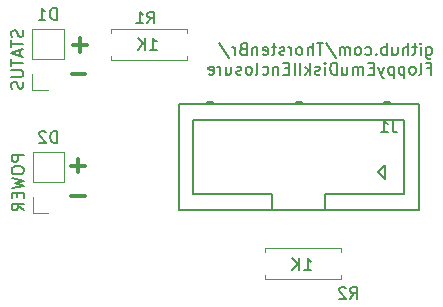
<source format=gbr>
%TF.GenerationSoftware,KiCad,Pcbnew,5.1.8-5.1.8*%
%TF.CreationDate,2022-06-15T01:07:19+02:00*%
%TF.ProjectId,FloppyEmuButtonPanel,466c6f70-7079-4456-9d75-427574746f6e,1.0*%
%TF.SameCoordinates,Original*%
%TF.FileFunction,Legend,Bot*%
%TF.FilePolarity,Positive*%
%FSLAX46Y46*%
G04 Gerber Fmt 4.6, Leading zero omitted, Abs format (unit mm)*
G04 Created by KiCad (PCBNEW 5.1.8-5.1.8) date 2022-06-15 01:07:19*
%MOMM*%
%LPD*%
G01*
G04 APERTURE LIST*
%ADD10C,0.300000*%
%ADD11C,0.150000*%
%ADD12C,0.120000*%
G04 APERTURE END LIST*
D10*
X109537428Y-90277142D02*
X108394571Y-90277142D01*
X109537428Y-87737142D02*
X108394571Y-87737142D01*
X108966000Y-88308571D02*
X108966000Y-87165714D01*
X109571428Y-80007142D02*
X108428571Y-80007142D01*
X109671428Y-77507142D02*
X108528571Y-77507142D01*
X109100000Y-78078571D02*
X109100000Y-76935714D01*
D11*
X138427833Y-77700714D02*
X138427833Y-78510238D01*
X138475452Y-78605476D01*
X138523071Y-78653095D01*
X138618309Y-78700714D01*
X138761166Y-78700714D01*
X138856404Y-78653095D01*
X138427833Y-78319761D02*
X138523071Y-78367380D01*
X138713547Y-78367380D01*
X138808785Y-78319761D01*
X138856404Y-78272142D01*
X138904023Y-78176904D01*
X138904023Y-77891190D01*
X138856404Y-77795952D01*
X138808785Y-77748333D01*
X138713547Y-77700714D01*
X138523071Y-77700714D01*
X138427833Y-77748333D01*
X137951642Y-78367380D02*
X137951642Y-77700714D01*
X137951642Y-77367380D02*
X137999261Y-77415000D01*
X137951642Y-77462619D01*
X137904023Y-77415000D01*
X137951642Y-77367380D01*
X137951642Y-77462619D01*
X137618309Y-77700714D02*
X137237357Y-77700714D01*
X137475452Y-77367380D02*
X137475452Y-78224523D01*
X137427833Y-78319761D01*
X137332595Y-78367380D01*
X137237357Y-78367380D01*
X136904023Y-78367380D02*
X136904023Y-77367380D01*
X136475452Y-78367380D02*
X136475452Y-77843571D01*
X136523071Y-77748333D01*
X136618309Y-77700714D01*
X136761166Y-77700714D01*
X136856404Y-77748333D01*
X136904023Y-77795952D01*
X135570690Y-77700714D02*
X135570690Y-78367380D01*
X135999261Y-77700714D02*
X135999261Y-78224523D01*
X135951642Y-78319761D01*
X135856404Y-78367380D01*
X135713547Y-78367380D01*
X135618309Y-78319761D01*
X135570690Y-78272142D01*
X135094500Y-78367380D02*
X135094500Y-77367380D01*
X135094500Y-77748333D02*
X134999261Y-77700714D01*
X134808785Y-77700714D01*
X134713547Y-77748333D01*
X134665928Y-77795952D01*
X134618309Y-77891190D01*
X134618309Y-78176904D01*
X134665928Y-78272142D01*
X134713547Y-78319761D01*
X134808785Y-78367380D01*
X134999261Y-78367380D01*
X135094500Y-78319761D01*
X134189738Y-78272142D02*
X134142119Y-78319761D01*
X134189738Y-78367380D01*
X134237357Y-78319761D01*
X134189738Y-78272142D01*
X134189738Y-78367380D01*
X133284976Y-78319761D02*
X133380214Y-78367380D01*
X133570690Y-78367380D01*
X133665928Y-78319761D01*
X133713547Y-78272142D01*
X133761166Y-78176904D01*
X133761166Y-77891190D01*
X133713547Y-77795952D01*
X133665928Y-77748333D01*
X133570690Y-77700714D01*
X133380214Y-77700714D01*
X133284976Y-77748333D01*
X132713547Y-78367380D02*
X132808785Y-78319761D01*
X132856404Y-78272142D01*
X132904023Y-78176904D01*
X132904023Y-77891190D01*
X132856404Y-77795952D01*
X132808785Y-77748333D01*
X132713547Y-77700714D01*
X132570690Y-77700714D01*
X132475452Y-77748333D01*
X132427833Y-77795952D01*
X132380214Y-77891190D01*
X132380214Y-78176904D01*
X132427833Y-78272142D01*
X132475452Y-78319761D01*
X132570690Y-78367380D01*
X132713547Y-78367380D01*
X131951642Y-78367380D02*
X131951642Y-77700714D01*
X131951642Y-77795952D02*
X131904023Y-77748333D01*
X131808785Y-77700714D01*
X131665928Y-77700714D01*
X131570690Y-77748333D01*
X131523071Y-77843571D01*
X131523071Y-78367380D01*
X131523071Y-77843571D02*
X131475452Y-77748333D01*
X131380214Y-77700714D01*
X131237357Y-77700714D01*
X131142119Y-77748333D01*
X131094500Y-77843571D01*
X131094500Y-78367380D01*
X129904023Y-77319761D02*
X130761166Y-78605476D01*
X129713547Y-77367380D02*
X129142119Y-77367380D01*
X129427833Y-78367380D02*
X129427833Y-77367380D01*
X128808785Y-78367380D02*
X128808785Y-77367380D01*
X128380214Y-78367380D02*
X128380214Y-77843571D01*
X128427833Y-77748333D01*
X128523071Y-77700714D01*
X128665928Y-77700714D01*
X128761166Y-77748333D01*
X128808785Y-77795952D01*
X127761166Y-78367380D02*
X127856404Y-78319761D01*
X127904023Y-78272142D01*
X127951642Y-78176904D01*
X127951642Y-77891190D01*
X127904023Y-77795952D01*
X127856404Y-77748333D01*
X127761166Y-77700714D01*
X127618309Y-77700714D01*
X127523071Y-77748333D01*
X127475452Y-77795952D01*
X127427833Y-77891190D01*
X127427833Y-78176904D01*
X127475452Y-78272142D01*
X127523071Y-78319761D01*
X127618309Y-78367380D01*
X127761166Y-78367380D01*
X126999261Y-78367380D02*
X126999261Y-77700714D01*
X126999261Y-77891190D02*
X126951642Y-77795952D01*
X126904023Y-77748333D01*
X126808785Y-77700714D01*
X126713547Y-77700714D01*
X126427833Y-78319761D02*
X126332595Y-78367380D01*
X126142119Y-78367380D01*
X126046880Y-78319761D01*
X125999261Y-78224523D01*
X125999261Y-78176904D01*
X126046880Y-78081666D01*
X126142119Y-78034047D01*
X126284976Y-78034047D01*
X126380214Y-77986428D01*
X126427833Y-77891190D01*
X126427833Y-77843571D01*
X126380214Y-77748333D01*
X126284976Y-77700714D01*
X126142119Y-77700714D01*
X126046880Y-77748333D01*
X125713547Y-77700714D02*
X125332595Y-77700714D01*
X125570690Y-77367380D02*
X125570690Y-78224523D01*
X125523071Y-78319761D01*
X125427833Y-78367380D01*
X125332595Y-78367380D01*
X124618309Y-78319761D02*
X124713547Y-78367380D01*
X124904023Y-78367380D01*
X124999261Y-78319761D01*
X125046880Y-78224523D01*
X125046880Y-77843571D01*
X124999261Y-77748333D01*
X124904023Y-77700714D01*
X124713547Y-77700714D01*
X124618309Y-77748333D01*
X124570690Y-77843571D01*
X124570690Y-77938809D01*
X125046880Y-78034047D01*
X124142119Y-77700714D02*
X124142119Y-78367380D01*
X124142119Y-77795952D02*
X124094500Y-77748333D01*
X123999261Y-77700714D01*
X123856404Y-77700714D01*
X123761166Y-77748333D01*
X123713547Y-77843571D01*
X123713547Y-78367380D01*
X122904023Y-77843571D02*
X122761166Y-77891190D01*
X122713547Y-77938809D01*
X122665928Y-78034047D01*
X122665928Y-78176904D01*
X122713547Y-78272142D01*
X122761166Y-78319761D01*
X122856404Y-78367380D01*
X123237357Y-78367380D01*
X123237357Y-77367380D01*
X122904023Y-77367380D01*
X122808785Y-77415000D01*
X122761166Y-77462619D01*
X122713547Y-77557857D01*
X122713547Y-77653095D01*
X122761166Y-77748333D01*
X122808785Y-77795952D01*
X122904023Y-77843571D01*
X123237357Y-77843571D01*
X122237357Y-78367380D02*
X122237357Y-77700714D01*
X122237357Y-77891190D02*
X122189738Y-77795952D01*
X122142119Y-77748333D01*
X122046880Y-77700714D01*
X121951642Y-77700714D01*
X120904023Y-77319761D02*
X121761166Y-78605476D01*
X138523071Y-79493571D02*
X138856404Y-79493571D01*
X138856404Y-80017380D02*
X138856404Y-79017380D01*
X138380214Y-79017380D01*
X137856404Y-80017380D02*
X137951642Y-79969761D01*
X137999261Y-79874523D01*
X137999261Y-79017380D01*
X137332595Y-80017380D02*
X137427833Y-79969761D01*
X137475452Y-79922142D01*
X137523071Y-79826904D01*
X137523071Y-79541190D01*
X137475452Y-79445952D01*
X137427833Y-79398333D01*
X137332595Y-79350714D01*
X137189738Y-79350714D01*
X137094500Y-79398333D01*
X137046880Y-79445952D01*
X136999261Y-79541190D01*
X136999261Y-79826904D01*
X137046880Y-79922142D01*
X137094500Y-79969761D01*
X137189738Y-80017380D01*
X137332595Y-80017380D01*
X136570690Y-79350714D02*
X136570690Y-80350714D01*
X136570690Y-79398333D02*
X136475452Y-79350714D01*
X136284976Y-79350714D01*
X136189738Y-79398333D01*
X136142119Y-79445952D01*
X136094500Y-79541190D01*
X136094500Y-79826904D01*
X136142119Y-79922142D01*
X136189738Y-79969761D01*
X136284976Y-80017380D01*
X136475452Y-80017380D01*
X136570690Y-79969761D01*
X135665928Y-79350714D02*
X135665928Y-80350714D01*
X135665928Y-79398333D02*
X135570690Y-79350714D01*
X135380214Y-79350714D01*
X135284976Y-79398333D01*
X135237357Y-79445952D01*
X135189738Y-79541190D01*
X135189738Y-79826904D01*
X135237357Y-79922142D01*
X135284976Y-79969761D01*
X135380214Y-80017380D01*
X135570690Y-80017380D01*
X135665928Y-79969761D01*
X134856404Y-79350714D02*
X134618309Y-80017380D01*
X134380214Y-79350714D02*
X134618309Y-80017380D01*
X134713547Y-80255476D01*
X134761166Y-80303095D01*
X134856404Y-80350714D01*
X133999261Y-79493571D02*
X133665928Y-79493571D01*
X133523071Y-80017380D02*
X133999261Y-80017380D01*
X133999261Y-79017380D01*
X133523071Y-79017380D01*
X133094500Y-80017380D02*
X133094500Y-79350714D01*
X133094500Y-79445952D02*
X133046880Y-79398333D01*
X132951642Y-79350714D01*
X132808785Y-79350714D01*
X132713547Y-79398333D01*
X132665928Y-79493571D01*
X132665928Y-80017380D01*
X132665928Y-79493571D02*
X132618309Y-79398333D01*
X132523071Y-79350714D01*
X132380214Y-79350714D01*
X132284976Y-79398333D01*
X132237357Y-79493571D01*
X132237357Y-80017380D01*
X131332595Y-79350714D02*
X131332595Y-80017380D01*
X131761166Y-79350714D02*
X131761166Y-79874523D01*
X131713547Y-79969761D01*
X131618309Y-80017380D01*
X131475452Y-80017380D01*
X131380214Y-79969761D01*
X131332595Y-79922142D01*
X130856404Y-80017380D02*
X130856404Y-79017380D01*
X130618309Y-79017380D01*
X130475452Y-79065000D01*
X130380214Y-79160238D01*
X130332595Y-79255476D01*
X130284976Y-79445952D01*
X130284976Y-79588809D01*
X130332595Y-79779285D01*
X130380214Y-79874523D01*
X130475452Y-79969761D01*
X130618309Y-80017380D01*
X130856404Y-80017380D01*
X129856404Y-80017380D02*
X129856404Y-79350714D01*
X129856404Y-79017380D02*
X129904023Y-79065000D01*
X129856404Y-79112619D01*
X129808785Y-79065000D01*
X129856404Y-79017380D01*
X129856404Y-79112619D01*
X129427833Y-79969761D02*
X129332595Y-80017380D01*
X129142119Y-80017380D01*
X129046880Y-79969761D01*
X128999261Y-79874523D01*
X128999261Y-79826904D01*
X129046880Y-79731666D01*
X129142119Y-79684047D01*
X129284976Y-79684047D01*
X129380214Y-79636428D01*
X129427833Y-79541190D01*
X129427833Y-79493571D01*
X129380214Y-79398333D01*
X129284976Y-79350714D01*
X129142119Y-79350714D01*
X129046880Y-79398333D01*
X128570690Y-80017380D02*
X128570690Y-79017380D01*
X128475452Y-79636428D02*
X128189738Y-80017380D01*
X128189738Y-79350714D02*
X128570690Y-79731666D01*
X127761166Y-80017380D02*
X127761166Y-79017380D01*
X127284976Y-80017380D02*
X127284976Y-79017380D01*
X126808785Y-79493571D02*
X126475452Y-79493571D01*
X126332595Y-80017380D02*
X126808785Y-80017380D01*
X126808785Y-79017380D01*
X126332595Y-79017380D01*
X125904023Y-79350714D02*
X125904023Y-80017380D01*
X125904023Y-79445952D02*
X125856404Y-79398333D01*
X125761166Y-79350714D01*
X125618309Y-79350714D01*
X125523071Y-79398333D01*
X125475452Y-79493571D01*
X125475452Y-80017380D01*
X124570690Y-79969761D02*
X124665928Y-80017380D01*
X124856404Y-80017380D01*
X124951642Y-79969761D01*
X124999261Y-79922142D01*
X125046880Y-79826904D01*
X125046880Y-79541190D01*
X124999261Y-79445952D01*
X124951642Y-79398333D01*
X124856404Y-79350714D01*
X124665928Y-79350714D01*
X124570690Y-79398333D01*
X123999261Y-80017380D02*
X124094500Y-79969761D01*
X124142119Y-79874523D01*
X124142119Y-79017380D01*
X123475452Y-80017380D02*
X123570690Y-79969761D01*
X123618309Y-79922142D01*
X123665928Y-79826904D01*
X123665928Y-79541190D01*
X123618309Y-79445952D01*
X123570690Y-79398333D01*
X123475452Y-79350714D01*
X123332595Y-79350714D01*
X123237357Y-79398333D01*
X123189738Y-79445952D01*
X123142119Y-79541190D01*
X123142119Y-79826904D01*
X123189738Y-79922142D01*
X123237357Y-79969761D01*
X123332595Y-80017380D01*
X123475452Y-80017380D01*
X122761166Y-79969761D02*
X122665928Y-80017380D01*
X122475452Y-80017380D01*
X122380214Y-79969761D01*
X122332595Y-79874523D01*
X122332595Y-79826904D01*
X122380214Y-79731666D01*
X122475452Y-79684047D01*
X122618309Y-79684047D01*
X122713547Y-79636428D01*
X122761166Y-79541190D01*
X122761166Y-79493571D01*
X122713547Y-79398333D01*
X122618309Y-79350714D01*
X122475452Y-79350714D01*
X122380214Y-79398333D01*
X121475452Y-79350714D02*
X121475452Y-80017380D01*
X121904023Y-79350714D02*
X121904023Y-79874523D01*
X121856404Y-79969761D01*
X121761166Y-80017380D01*
X121618309Y-80017380D01*
X121523071Y-79969761D01*
X121475452Y-79922142D01*
X120999261Y-80017380D02*
X120999261Y-79350714D01*
X120999261Y-79541190D02*
X120951642Y-79445952D01*
X120904023Y-79398333D01*
X120808785Y-79350714D01*
X120713547Y-79350714D01*
X119999261Y-79969761D02*
X120094500Y-80017380D01*
X120284976Y-80017380D01*
X120380214Y-79969761D01*
X120427833Y-79874523D01*
X120427833Y-79493571D01*
X120380214Y-79398333D01*
X120284976Y-79350714D01*
X120094500Y-79350714D01*
X119999261Y-79398333D01*
X119951642Y-79493571D01*
X119951642Y-79588809D01*
X120427833Y-79684047D01*
%TO.C,J1*%
X137785000Y-91465000D02*
X137785000Y-82525000D01*
X137785000Y-82525000D02*
X117485000Y-82525000D01*
X117485000Y-82525000D02*
X117485000Y-91465000D01*
X117485000Y-91465000D02*
X137785000Y-91465000D01*
X129860000Y-91465000D02*
X129860000Y-90165000D01*
X129860000Y-90165000D02*
X136585000Y-90165000D01*
X136585000Y-90165000D02*
X136585000Y-83825000D01*
X136585000Y-83825000D02*
X118685000Y-83825000D01*
X118685000Y-83825000D02*
X118685000Y-90165000D01*
X118685000Y-90165000D02*
X125410000Y-90165000D01*
X125410000Y-90165000D02*
X125410000Y-91465000D01*
X127885000Y-82525000D02*
X127885000Y-82325000D01*
X127885000Y-82325000D02*
X127385000Y-82325000D01*
X127385000Y-82325000D02*
X127385000Y-82525000D01*
X127885000Y-82425000D02*
X127385000Y-82425000D01*
X120405000Y-82525000D02*
X120405000Y-82325000D01*
X120405000Y-82325000D02*
X119905000Y-82325000D01*
X119905000Y-82325000D02*
X119905000Y-82525000D01*
X120405000Y-82425000D02*
X119905000Y-82425000D01*
X135365000Y-82525000D02*
X135365000Y-82325000D01*
X135365000Y-82325000D02*
X134865000Y-82325000D01*
X134865000Y-82325000D02*
X134865000Y-82525000D01*
X135365000Y-82425000D02*
X134865000Y-82425000D01*
X134915000Y-88865000D02*
X134915000Y-87665000D01*
X134915000Y-87665000D02*
X134315000Y-88265000D01*
X134315000Y-88265000D02*
X134915000Y-88865000D01*
D12*
%TO.C,R2*%
X124806000Y-97322000D02*
X124806000Y-96992000D01*
X131226000Y-97322000D02*
X124806000Y-97322000D01*
X131226000Y-96992000D02*
X131226000Y-97322000D01*
X124806000Y-94702000D02*
X124806000Y-95032000D01*
X131226000Y-94702000D02*
X124806000Y-94702000D01*
X131226000Y-95032000D02*
X131226000Y-94702000D01*
%TO.C,D2*%
X105096000Y-91754000D02*
X106426000Y-91754000D01*
X105096000Y-90424000D02*
X105096000Y-91754000D01*
X105096000Y-89154000D02*
X107756000Y-89154000D01*
X107756000Y-89154000D02*
X107756000Y-86554000D01*
X105096000Y-89154000D02*
X105096000Y-86554000D01*
X105096000Y-86554000D02*
X107756000Y-86554000D01*
%TO.C,R1*%
X111725000Y-78780000D02*
X111725000Y-78450000D01*
X118145000Y-78780000D02*
X111725000Y-78780000D01*
X118145000Y-78450000D02*
X118145000Y-78780000D01*
X111725000Y-76160000D02*
X111725000Y-76490000D01*
X118145000Y-76160000D02*
X111725000Y-76160000D01*
X118145000Y-76490000D02*
X118145000Y-76160000D01*
%TO.C,D1*%
X105070000Y-81330000D02*
X106400000Y-81330000D01*
X105070000Y-80000000D02*
X105070000Y-81330000D01*
X105070000Y-78730000D02*
X107730000Y-78730000D01*
X107730000Y-78730000D02*
X107730000Y-76130000D01*
X105070000Y-78730000D02*
X105070000Y-76130000D01*
X105070000Y-76130000D02*
X107730000Y-76130000D01*
%TO.C,J1*%
D11*
X135588333Y-83907380D02*
X135588333Y-84621666D01*
X135635952Y-84764523D01*
X135731190Y-84859761D01*
X135874047Y-84907380D01*
X135969285Y-84907380D01*
X134588333Y-84907380D02*
X135159761Y-84907380D01*
X134874047Y-84907380D02*
X134874047Y-83907380D01*
X134969285Y-84050238D01*
X135064523Y-84145476D01*
X135159761Y-84193095D01*
%TO.C,R2*%
X131992666Y-99004380D02*
X132326000Y-98528190D01*
X132564095Y-99004380D02*
X132564095Y-98004380D01*
X132183142Y-98004380D01*
X132087904Y-98052000D01*
X132040285Y-98099619D01*
X131992666Y-98194857D01*
X131992666Y-98337714D01*
X132040285Y-98432952D01*
X132087904Y-98480571D01*
X132183142Y-98528190D01*
X132564095Y-98528190D01*
X131611714Y-98099619D02*
X131564095Y-98052000D01*
X131468857Y-98004380D01*
X131230761Y-98004380D01*
X131135523Y-98052000D01*
X131087904Y-98099619D01*
X131040285Y-98194857D01*
X131040285Y-98290095D01*
X131087904Y-98432952D01*
X131659333Y-99004380D01*
X131040285Y-99004380D01*
X128103285Y-96591380D02*
X128674714Y-96591380D01*
X128389000Y-96591380D02*
X128389000Y-95591380D01*
X128484238Y-95734238D01*
X128579476Y-95829476D01*
X128674714Y-95877095D01*
X127674714Y-96591380D02*
X127674714Y-95591380D01*
X127103285Y-96591380D02*
X127531857Y-96019952D01*
X127103285Y-95591380D02*
X127674714Y-96162809D01*
%TO.C,D2*%
X107164095Y-85796380D02*
X107164095Y-84796380D01*
X106926000Y-84796380D01*
X106783142Y-84844000D01*
X106687904Y-84939238D01*
X106640285Y-85034476D01*
X106592666Y-85224952D01*
X106592666Y-85367809D01*
X106640285Y-85558285D01*
X106687904Y-85653523D01*
X106783142Y-85748761D01*
X106926000Y-85796380D01*
X107164095Y-85796380D01*
X106211714Y-84891619D02*
X106164095Y-84844000D01*
X106068857Y-84796380D01*
X105830761Y-84796380D01*
X105735523Y-84844000D01*
X105687904Y-84891619D01*
X105640285Y-84986857D01*
X105640285Y-85082095D01*
X105687904Y-85224952D01*
X106259333Y-85796380D01*
X105640285Y-85796380D01*
X104338380Y-86844476D02*
X103338380Y-86844476D01*
X103338380Y-87225428D01*
X103386000Y-87320666D01*
X103433619Y-87368285D01*
X103528857Y-87415904D01*
X103671714Y-87415904D01*
X103766952Y-87368285D01*
X103814571Y-87320666D01*
X103862190Y-87225428D01*
X103862190Y-86844476D01*
X103338380Y-88034952D02*
X103338380Y-88225428D01*
X103386000Y-88320666D01*
X103481238Y-88415904D01*
X103671714Y-88463523D01*
X104005047Y-88463523D01*
X104195523Y-88415904D01*
X104290761Y-88320666D01*
X104338380Y-88225428D01*
X104338380Y-88034952D01*
X104290761Y-87939714D01*
X104195523Y-87844476D01*
X104005047Y-87796857D01*
X103671714Y-87796857D01*
X103481238Y-87844476D01*
X103386000Y-87939714D01*
X103338380Y-88034952D01*
X103338380Y-88796857D02*
X104338380Y-89034952D01*
X103624095Y-89225428D01*
X104338380Y-89415904D01*
X103338380Y-89654000D01*
X103814571Y-90034952D02*
X103814571Y-90368285D01*
X104338380Y-90511142D02*
X104338380Y-90034952D01*
X103338380Y-90034952D01*
X103338380Y-90511142D01*
X104338380Y-91511142D02*
X103862190Y-91177809D01*
X104338380Y-90939714D02*
X103338380Y-90939714D01*
X103338380Y-91320666D01*
X103386000Y-91415904D01*
X103433619Y-91463523D01*
X103528857Y-91511142D01*
X103671714Y-91511142D01*
X103766952Y-91463523D01*
X103814571Y-91415904D01*
X103862190Y-91320666D01*
X103862190Y-90939714D01*
%TO.C,R1*%
X114822266Y-75687180D02*
X115155600Y-75210990D01*
X115393695Y-75687180D02*
X115393695Y-74687180D01*
X115012742Y-74687180D01*
X114917504Y-74734800D01*
X114869885Y-74782419D01*
X114822266Y-74877657D01*
X114822266Y-75020514D01*
X114869885Y-75115752D01*
X114917504Y-75163371D01*
X115012742Y-75210990D01*
X115393695Y-75210990D01*
X113869885Y-75687180D02*
X114441314Y-75687180D01*
X114155600Y-75687180D02*
X114155600Y-74687180D01*
X114250838Y-74830038D01*
X114346076Y-74925276D01*
X114441314Y-74972895D01*
X115022285Y-77922380D02*
X115593714Y-77922380D01*
X115308000Y-77922380D02*
X115308000Y-76922380D01*
X115403238Y-77065238D01*
X115498476Y-77160476D01*
X115593714Y-77208095D01*
X114593714Y-77922380D02*
X114593714Y-76922380D01*
X114022285Y-77922380D02*
X114450857Y-77350952D01*
X114022285Y-76922380D02*
X114593714Y-77493809D01*
%TO.C,D1*%
X107138095Y-75372380D02*
X107138095Y-74372380D01*
X106900000Y-74372380D01*
X106757142Y-74420000D01*
X106661904Y-74515238D01*
X106614285Y-74610476D01*
X106566666Y-74800952D01*
X106566666Y-74943809D01*
X106614285Y-75134285D01*
X106661904Y-75229523D01*
X106757142Y-75324761D01*
X106900000Y-75372380D01*
X107138095Y-75372380D01*
X105614285Y-75372380D02*
X106185714Y-75372380D01*
X105900000Y-75372380D02*
X105900000Y-74372380D01*
X105995238Y-74515238D01*
X106090476Y-74610476D01*
X106185714Y-74658095D01*
X104264761Y-76253809D02*
X104312380Y-76396666D01*
X104312380Y-76634761D01*
X104264761Y-76730000D01*
X104217142Y-76777619D01*
X104121904Y-76825238D01*
X104026666Y-76825238D01*
X103931428Y-76777619D01*
X103883809Y-76730000D01*
X103836190Y-76634761D01*
X103788571Y-76444285D01*
X103740952Y-76349047D01*
X103693333Y-76301428D01*
X103598095Y-76253809D01*
X103502857Y-76253809D01*
X103407619Y-76301428D01*
X103360000Y-76349047D01*
X103312380Y-76444285D01*
X103312380Y-76682380D01*
X103360000Y-76825238D01*
X103312380Y-77110952D02*
X103312380Y-77682380D01*
X104312380Y-77396666D02*
X103312380Y-77396666D01*
X104026666Y-77968095D02*
X104026666Y-78444285D01*
X104312380Y-77872857D02*
X103312380Y-78206190D01*
X104312380Y-78539523D01*
X103312380Y-78730000D02*
X103312380Y-79301428D01*
X104312380Y-79015714D02*
X103312380Y-79015714D01*
X103312380Y-79634761D02*
X104121904Y-79634761D01*
X104217142Y-79682380D01*
X104264761Y-79730000D01*
X104312380Y-79825238D01*
X104312380Y-80015714D01*
X104264761Y-80110952D01*
X104217142Y-80158571D01*
X104121904Y-80206190D01*
X103312380Y-80206190D01*
X104264761Y-80634761D02*
X104312380Y-80777619D01*
X104312380Y-81015714D01*
X104264761Y-81110952D01*
X104217142Y-81158571D01*
X104121904Y-81206190D01*
X104026666Y-81206190D01*
X103931428Y-81158571D01*
X103883809Y-81110952D01*
X103836190Y-81015714D01*
X103788571Y-80825238D01*
X103740952Y-80730000D01*
X103693333Y-80682380D01*
X103598095Y-80634761D01*
X103502857Y-80634761D01*
X103407619Y-80682380D01*
X103360000Y-80730000D01*
X103312380Y-80825238D01*
X103312380Y-81063333D01*
X103360000Y-81206190D01*
%TD*%
M02*

</source>
